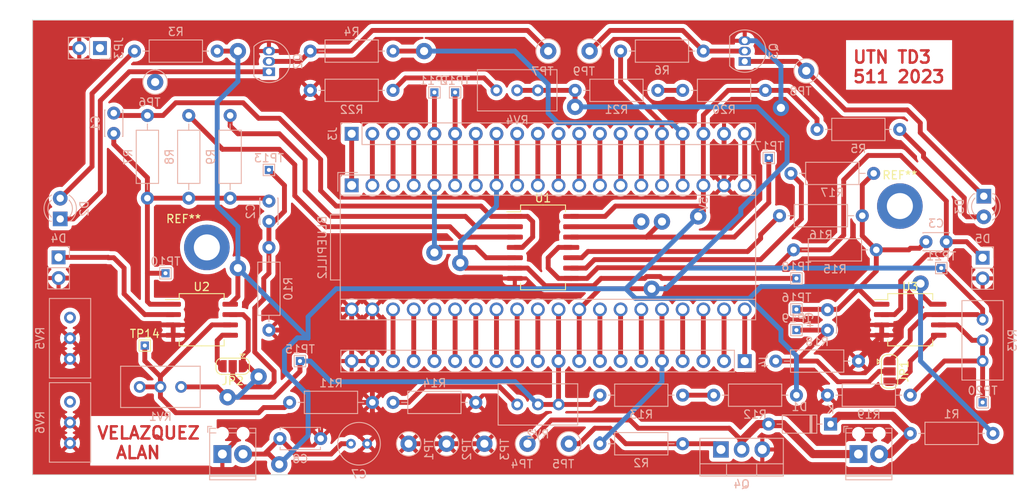
<source format=kicad_pcb>
(kicad_pcb (version 20221018) (generator pcbnew)
  (layers (0 "F.Cu" signal) (31 "B.Cu" signal) (34 "B.Paste" user) (35 "F.Paste" user) (36 "B.SilkS" user "B.Silkscreen") (37 "F.SilkS" user "F.Silkscreen") (38 "B.Mask" user) (39 "F.Mask" user) (44 "Edge.Cuts" user))
  (net 0 "")
  (net 1 "EXT IT (Input modo)")
  (net 2 "PB13")
  (net 3 "PB14")
  (net 4 "PB15")
  (net 5 "GCA1")
  (net 6 "GCA2")
  (net 7 "GCB1")
  (net 8 "GCB2")
  (net 9 "PA12")
  (net 10 "PA15")
  (net 11 "PB3")
  (net 12 "PB4")
  (net 13 "PB5")
  (net 14 "PB6")
  (net 15 "Net-(D4-K)")
  (net 16 "Net-(C1-Pad2)")
  (net 17 "Net-(JP2-C)")
  (net 18 "Net-(D5-K)")
  (net 19 "Net-(JP1-C)")
  (net 20 "+5V")
  (net 21 "GND")
  (net 22 "Net-(D1-K)")
  (net 23 "Net-(D1-A)")
  (net 24 "Net-(D2-K)")
  (net 25 "Net-(D2-A)")
  (net 26 "Net-(D3-K)")
  (net 27 "Net-(D3-A)")
  (net 28 "PB7")
  (net 29 "T4C3 (Señal LED FSK 2)")
  (net 30 "T4C4 (Señal LED FSK 1)")
  (net 31 "+3.3V")
  (net 32 "VBAT")
  (net 33 "PC13")
  (net 34 "PC14")
  (net 35 "PC15")
  (net 36 "T2C1 (PWM Motor)")
  (net 37 "PA1")
  (net 38 "USART2-TX")
  (net 39 "USART2-RX")
  (net 40 "ADC4 (Muestreo FSK 2)")
  (net 41 "ADC5 (Muestreo FSK 1)")
  (net 42 "Motor control")
  (net 43 "PA7")
  (net 44 "ADC8 (Seteo distancia)")
  (net 45 "ADC9 (Seteo velocidad)")
  (net 46 "SCL2 (Display)")
  (net 47 "SDA2 (Display)")
  (net 48 "NRST")
  (net 49 "Net-(JP1-B)")
  (net 50 "Net-(JP2-B)")
  (net 51 "Net-(Q2-B)")
  (net 52 "Net-(Q3-B)")
  (net 53 "Net-(R9-Pad1)")
  (net 54 "Net-(U2B--)")
  (net 55 "Net-(R12-Pad1)")
  (net 56 "Net-(R17-Pad1)")
  (net 57 "Net-(U3B--)")
  (net 58 "Net-(R20-Pad1)")
  (net 59 "Net-(R22-Pad2)")
  (net 60 "Net-(C3-Pad2)")
  (net 61 "Net-(R8-Pad1)")
  (net 62 "Net-(R14-Pad2)")
  (net 63 "Net-(R16-Pad1)")
  (net 64 "Net-(Q4-B)")
  (footprint "MountingHole:MountingHole_3.2mm_M3_DIN965_Pad" (layer "F.Cu") (at 48.006 47.498)
    (fp_text reference "REF**")
    (fp_text value "MountingHole_3.2mm_M3_DIN965_Pad" hide)
  )
  (footprint "Package_SO:SO-8_5.3x6.2mm_P1.27mm" (layer "F.Cu") (at 134.366 56.388)
    (fp_text reference "U3")
    (fp_text value "LM358")
  )
  (footprint "Jumper:SolderJumper-3_P1.3mm_Open_RoundedPad1.0x1.5mm" (layer "F.Cu") (at 131.826 62.738 -90)
    (fp_text reference "JP1")
    (fp_text value "SolderJumper_3_Open")
  )
  (footprint "Package_SO:SO-8_5.3x6.2mm_P1.27mm" (layer "F.Cu") (at 47.371 56.388)
    (fp_text reference "U2")
    (fp_text value "LM358")
  )
  (footprint "MountingHole:MountingHole_3.2mm_M3_DIN965_Pad" (layer "F.Cu") (at 133.096 42.418)
    (fp_text reference "REF**")
    (fp_text value "MountingHole_3.2mm_M3_DIN965_Pad" hide)
  )
  (footprint "TestPoint:TestPoint_THTPad_1.0x1.0mm_Drill0.5mm" (layer "F.Cu") (at 40.386 59.563)
    (fp_text reference "TP14")
    (fp_text value "TestPoint")
  )
  (footprint "Package_SO:SO-14_5.3x10.2mm_P1.27mm" (layer "F.Cu") (at 89.281 47.498)
    (fp_text reference "U1")
    (fp_text value "4066")
  )
  (footprint "Jumper:SolderJumper-3_P1.3mm_Open_RoundedPad1.0x1.5mm" (layer "F.Cu") (at 51.181 62.103 180)
    (fp_text reference "JP2")
    (fp_text value "SolderJumper_3_Open")
  )
  (footprint "Resistor_THT:R_Axial_DIN0207_L6.3mm_D2.5mm_P10.16mm_Horizontal" (layer "B.Cu") (at 93.218 28.194)
    (fp_text reference "R21")
    (fp_text value "10k")
  )
  (footprint "Resistor_THT:R_Axial_DIN0207_L6.3mm_D2.5mm_P10.16mm_Horizontal" (layer "B.Cu") (at 68.326 66.548 180)
    (fp_text reference "R11")
    (fp_text value "1k")
  )
  (footprint "Resistor_THT:R_Axial_DIN0207_L6.3mm_D2.5mm_P10.16mm_Horizontal" (layer "B.Cu") (at 49.276 23.368 180)
    (fp_text reference "R3")
    (fp_text value "270")
  )
  (footprint "TestPoint:TestPoint_THTPad_1.0x1.0mm_Drill0.5mm" (layer "B.Cu") (at 120.396 51.308 180)
    (fp_text reference "TP18")
    (fp_text value "TestPoint")
  )
  (footprint "TestPoint:TestPoint_THTPad_1.0x1.0mm_Drill0.5mm" (layer "B.Cu") (at 78.486 28.448 180)
    (fp_text reference "TP12")
    (fp_text value "TestPoint")
  )
  (footprint "Potentiometer_THT:Potentiometer_Bourns_3296W_Vertical" (layer "B.Cu") (at 31.2 71.55 -90)
    (fp_text reference "RV6")
    (fp_text value "10k")
  )
  (footprint "TestPoint:TestPoint_Loop_D1.80mm_Drill1.0mm_Beaded" (layer "B.Cu") (at 72.781 71.628 -90)
    (fp_text reference "TP1")
    (fp_text value "TestPoint")
  )
  (footprint "Connector_PinHeader_2.54mm:PinHeader_1x20_P2.54mm_Vertical" (layer "B.Cu") (at 114.046 61.468 90)
    (fp_text reference "J4")
    (fp_text value "Conn_01x20_Socket")
  )
  (footprint "Resistor_THT:R_Axial_DIN0207_L6.3mm_D2.5mm_P10.16mm_Horizontal" (layer "B.Cu") (at 122.92 33)
    (fp_text reference "R5")
    (fp_text value "270")
  )
  (footprint "Resistor_THT:R_Axial_DIN0207_L6.3mm_D2.5mm_P10.16mm_Horizontal" (layer "B.Cu") (at 45.7835 31.2855 -90)
    (fp_text reference "R8")
    (fp_text value "1M")
  )
  (footprint "TestPoint:TestPoint_THTPad_1.0x1.0mm_Drill0.5mm" (layer "B.Cu") (at 75.946 28.448 180)
    (fp_text reference "TP11")
    (fp_text value "TestPoint")
  )
  (footprint "TestPoint:TestPoint_Loop_D1.80mm_Drill1.0mm_Beaded" (layer "B.Cu") (at 77.431 71.628 -90)
    (fp_text reference "TP2")
    (fp_text value "TestPoint")
  )
  (footprint "LED_THT:LED_D3.0mm" (layer "B.Cu") (at 143.4 41.2 -90)
    (fp_text reference "D3")
    (fp_text value "TX LED (white)")
  )
  (footprint "Module:Electrosmith_Daisy_Seed" (layer "B.Cu") (at 65.786 39.878 -90)
    (fp_text reference "BLUEPILL2")
    (fp_text value "~")
  )
  (footprint "Resistor_THT:R_Axial_DIN0207_L6.3mm_D2.5mm_P10.16mm_Horizontal" (layer "B.Cu") (at 124.206 65.659)
    (fp_text reference "R19")
    (fp_text value "1k")
  )
  (footprint "Resistor_THT:R_Axial_DIN0207_L6.3mm_D2.5mm_P10.16mm_Horizontal" (layer "B.Cu") (at 55.626 57.658 90)
    (fp_text reference "R10")
    (fp_text value "10k")
  )
  (footprint "TestPoint:TestPoint_Loop_D1.80mm_Drill1.0mm_Beaded" (layer "B.Cu") (at 89.916 23.368 180)
    (fp_text reference "TP7")
    (fp_text value "TestPoint")
  )
  (footprint "Resistor_THT:R_Axial_DIN0207_L6.3mm_D2.5mm_P10.16mm_Horizontal" (layer "B.Cu") (at 110.236 65.659)
    (fp_text reference "R12")
    (fp_text value "47k")
  )
  (footprint "Resistor_THT:R_Axial_DIN0207_L6.3mm_D2.5mm_P10.16mm_Horizontal" (layer "B.Cu") (at 60.706 28.194)
    (fp_text reference "R22")
    (fp_text value "100k")
  )
  (footprint "Resistor_THT:R_Axial_DIN0207_L6.3mm_D2.5mm_P10.16mm_Horizontal" (layer "B.Cu") (at 106.426 28.194)
    (fp_text reference "R20")
    (fp_text value "47k")
  )
  (footprint "Capacitor_THT:C_Disc_D3.0mm_W2.0mm_P2.50mm" (layer "B.Cu") (at 124.206 55.158 -90)
    (fp_text reference "C4")
    (fp_text value "100n")
  )
  (footprint "Resistor_THT:R_Axial_DIN0207_L6.3mm_D2.5mm_P10.16mm_Horizontal" (layer "B.Cu") (at 50.8635 31.2855 -90)
    (fp_text reference "R9")
    (fp_text value "470k")
  )
  (footprint "Connector_PinHeader_2.54mm:PinHeader_1x02_P2.54mm_Vertical" (layer "B.Cu") (at 29.8 48.725 180)
    (fp_text reference "D4")
    (fp_text value "D_Photo")
  )
  (footprint "Resistor_THT:R_Axial_DIN0207_L6.3mm_D2.5mm_P10.16mm_Horizontal" (layer "B.Cu") (at 120.04 47.8)
    (fp_text reference "R15")
    (fp_text value "1M")
  )
  (footprint "Package_TO_SOT_THT:TO-92_Inline" (layer "B.Cu") (at 55.626 25.908 90)
    (fp_text reference "Q2")
    (fp_text value "BC546")
  )
  (footprint "TestPoint:TestPoint_THTPad_1.0x1.0mm_Drill0.5mm" (layer "B.Cu") (at 143.256 66.548 180)
    (fp_text reference "TP20")
    (fp_text value "TestPoint")
  )
  (footprint "TerminalBlock_Phoenix:TerminalBlock_Phoenix_MPT-0,5-2-2.54_1x02_P2.54mm_Horizontal" (layer "B.Cu") (at 128.016 72.898)
    (fp_text reference "J1" hide)
    (fp_text value "Motor")
  )
  (footprint "LED_THT:LED_D3.0mm" (layer "B.Cu") (at 30 44 90)
    (fp_text reference "D2")
    (fp_text value "TX LED (white)")
  )
  (footprint "Capacitor_THT:C_Disc_D3.0mm_W2.0mm_P2.50mm" (layer "B.Cu") (at 55.626 41.803 -90)
    (fp_text reference "C2")
    (fp_text value "100n")
  )
  (footprint "TerminalBlock_Phoenix:TerminalBlock_Phoenix_MPT-0,5-2-2.54_1x02_P2.54mm_Horizontal" (layer "B.Cu") (at 49.911 72.898)
    (fp_text reference "J2" hide)
    (fp_text value "Input 5V")
  )
  (footprint "Resistor_THT:R_Axial_DIN0207_L6.3mm_D2.5mm_P10.16mm_Horizontal" (layer "B.Cu") (at 70.866 23.368 180)
    (fp_text reference "R4")
    (fp_text value "1k")
  )
  (footprint "Potentiometer_THT:Potentiometer_Bourns_3296W_Vertical" (layer "B.Cu") (at 91.196 66.802)
    (fp_text reference "RV2")
    (fp_text value "50k")
  )
  (footprint "TestPoint:TestPoint_THTPad_1.0x1.0mm_Drill0.5mm" (layer "B.Cu") (at 59.436 61.468 180)
    (fp_text reference "TP15")
    (fp_text value "TestPoint")
  )
  (footprint "Connector_PinHeader_2.54mm:PinHeader_1x20_P2.54mm_Vertical" (layer "B.Cu") (at 65.786 33.528 -90)
    (fp_text reference "J3")
    (fp_text value "Conn_01x20_Socket")
  )
  (footprint "TestPoint:TestPoint_THTPad_1.0x1.0mm_Drill0.5mm" (layer "B.Cu") (at 55.626 37.973 180)
    (fp_text reference "TP13")
    (fp_text value "TestPoint")
  )
  (footprint "Potentiometer_THT:Potentiometer_Bourns_3296W_Vertical" (layer "B.Cu") (at 31.2 61.2 -90)
    (fp_text reference "RV5")
    (fp_text value "10k")
  )
  (footprint "Potentiometer_THT:Potentiometer_Bourns_3296W_Vertical" (layer "B.Cu") (at 44.841 64.643)
    (fp_text reference "RV1")
    (fp_text value "10k")
  )
  (footprint "Resistor_THT:R_Axial_DIN0207_L6.3mm_D2.5mm_P10.16mm_Horizontal" (layer "B.Cu") (at 118.32 43.6)
    (fp_text reference "R16")
    (fp_text value "1M")
  )
  (footprint "Resistor_THT:R_Axial_DIN0207_L6.3mm_D2.5mm_P10.16mm_Horizontal" (layer "B.Cu") (at 128.016 61.468 180)
    (fp_text reference "R18")
    (fp_text value "10k")
  )
  (footprint "TestPoint:TestPoint_Loop_D1.80mm_Drill1.0mm_Beaded" (layer "B.Cu") (at 92.456 71.628 180)
    (fp_text reference "TP5")
    (fp_text value "TestPoint")
  )
  (footprint "Diode_THT:D_DO-35_SOD27_P7.62mm_Horizontal" (layer "B.Cu") (at 124.587 69.215 180)
    (fp_text reference "D1")
    (fp_text value "1N4148")
  )
  (footprint "Resistor_THT:R_Axial_DIN0207_L6.3mm_D2.5mm_P10.16mm_Horizontal" (layer "B.Cu") (at 144.526 70.358 180)
    (fp_text reference "R1")
    (fp_text value "DNP")
  )
  (footprint "Resistor_THT:R_Axial_DIN0207_L6.3mm_D2.5mm_P10.16mm_Horizontal" (layer "B.Cu") (at 119.72 38.4)
    (fp_text reference "R17")
    (fp_text value "470k")
  )
  (footprint "TestPoint:TestPoint_Loop_D1.80mm_Drill1.0mm_Beaded" (layer "B.Cu") (at 121.6 25.8 180)
    (fp_text reference "TP8")
    (fp_text value "TestPoint")
  )
  (footprint "TestPoint:TestPoint_THTPad_1.0x1.0mm_Drill0.5mm" (layer "B.Cu") (at 138.176 50.038 180)
    (fp_text reference "TP21")
    (fp_text value "TestPoint")
  )
  (footprint "TestPoint:TestPoint_Loop_D1.80mm_Drill1.0mm_Beaded" (layer "B.Cu") (at 41.656 27.178 180)
    (fp_text reference "TP6")
    (fp_text value "TestPoint")
  )
  (footprint "Capacitor_THT:C_Disc_D4.7mm_W2.5mm_P5.00mm" (layer "B.Cu") (at 56.976 70.993)
    (fp_text reference "C8")
    (fp_text value "2.2n")
  )
  (footprint "Package_TO_SOT_THT:TO-220-3_Vertical" (layer "B.Cu") (at 111.125 72.334)
    (fp_text reference "Q4")
    (fp_text value "TIP122")
  )
  (footprint "Resistor_THT:R_Axial_DIN0207_L6.3mm_D2.5mm_P10.16mm_Horizontal" (layer "B.Cu") (at 81.026 66.548 180)
    (fp_text reference "R14")
    (fp_text value "100k")
  )
  (footprint "TestPoint:TestPoint_Loop_D1.80mm_Drill1.0mm_Beaded" (layer "B.Cu") (at 87.376 71.628 180)
    (fp_text reference "TP4")
    (fp_text value "TestPoint")
  )
  (footprint "Connector_PinHeader_2.54mm:PinHeader_1x02_P2.54mm_Vertical" (layer "B.Cu") (at 34.875 23 90)
    (fp_text reference "JP3")
    (fp_text value "Jumper_2_Open")
  )
  (footprint "Capacitor_THT:C_Disc_D3.0mm_W2.0mm_P2.50mm" (layer "B.Cu") (at 36.576 30.988 -90)
    (fp_text reference "C1")
    (fp_text value "12p")
  )
  (footprint "TestPoint:TestPoint_THTPad_1.0x1.0mm_Drill0.5mm" (layer "B.Cu") (at 117 36.5 180)
    (fp_text reference "TP17")
    (fp_text value "TestPoint")
  )
  (footprint "Resistor_THT:R_Axial_DIN0207_L6.3mm_D2.5mm_P10.16mm_Horizontal" (layer "B.Cu") (at 96.266 65.659)
    (fp_text reference "R13")
    (fp_text value "10k")
  )
  (footprint "TestPoint:TestPoint_THTPad_1.0x1.0mm_Drill0.5mm" (layer "B.Cu") (at 120.396 57.658 180)
    (fp_text reference "TP19")
    (fp_text value "TestPoint")
  )
  (footprint "TestPoint:TestPoint_Loop_D1.80mm_Drill1.0mm_Beaded" (layer "B.Cu") (at 82.081 71.628 -90)
    (fp_text reference "TP3")
    (fp_text value "TestPoint")
  )
  (footprint "TestPoint:TestPoint_THTPad_1.0x1.0mm_Drill0.5mm" (layer "B.Cu") (at 42.926 50.673 180)
    (fp_text reference "TP10")
    (fp_text value "TestPoint")
  )
  (footprint "Potentiometer_THT:Potentiometer_Bourns_3296W_Vertical" (layer "B.Cu") (at 88.646 28.194)
    (fp_text reference "RV4")
    (fp_text value "50k")
  )
  (footprint "Potentiometer_THT:Potentiometer_Bourns_3296W_Vertical" (layer "B.Cu") (at 143.256 56.378 90)
    (fp_text reference "RV3")
    (fp_text value "10k")
  )
  (footprint "TestPoint:TestPoint_THTPad_1.0x1.0mm_Drill0.5mm" (layer "B.Cu") (at 120.396 55.118 180)
    (fp_text reference "TP16")
    (fp_text value "TestPoint")
  )
  (footprint "Resistor_THT:R_Axial_DIN0207_L6.3mm_D2.5mm_P10.16mm_Horizontal" (layer "B.Cu") (at 98.806 23.368)
    (fp_text reference "R6")
    (fp_text value "1k")
  )
  (footprint "TestPoint:TestPoint_Loop_D1.80mm_Drill1.0mm_Beaded" (layer "B.Cu") (at 94.996 23.368 180)
    (fp_text reference "TP9")
    (fp_text value "TestPoint")
  )
  (footprint "Capacitor_THT:C_Radial_D5.0mm_H5.0mm_P2.00mm" (layer "B.Cu") (at 65.691 71.628)
    (fp_text reference "C7")
    (fp_text value "C_Polarized")
  )
  (footprint "Resistor_THT:R_Axial_DIN0207_L6.3mm_D2.5mm_P10.16mm_Horizontal" (layer "B.Cu") (at 40.7035 31.2855 -90)
    (fp_text reference "R7")
    (fp_text value "1M")
  )
  (footprint "Package_TO_SOT_THT:TO-92_Inline" (layer "B.Cu") (at 114.046 24.638 90)
    (fp_text reference "Q3")
    (fp_text value "BC546")
  )
  (footprint "Resistor_THT:R_Axial_DIN0207_L6.3mm_D2.5mm_P10.16mm_Horizontal" (layer "B.Cu") (at 96.266 71.628)
    (fp_text reference "R2")
    (fp_text value "1k")
  )
  (footprint "Connector_PinHeader_2.54mm:PinHeader_1x02_P2.54mm_Vertical" (layer "B.Cu") (at 143.256 48.768 180)
    (fp_text reference "D5")
    (fp_text value "D_Photo")
  )
  (footprint "Capacitor_THT:C_Disc_D3.0mm_W2.0mm_P2.50mm" (layer "B.Cu") (at 138.8 46.8 180)
    (fp_text reference "C3")
    (fp_text value "12p")
  )
  (gr_line (start 26.6 19.558) (end 147.066 19.558) (stroke (width 0.1)) (layer "Edge.Cuts"))
  (gr_line (start 26.6 75.438) (end 26.6 19.558) (stroke (width 0.1)) (layer "Edge.Cuts"))
  (gr_line (start 147.066 75.438) (end 26.6 75.438) (stroke (width 0.1)) (layer "Edge.Cuts"))
  (gr_line (start 147.066 19.558) (end 147.066 75.438) (stroke (width 0.1)) (layer "Edge.Cuts"))
  (gr_text "VELAZQUEZ \n  ALAN\n" (at 34.4 73.6) (layer "F.Cu") (effects (font (size 1.5 1.5) (thickness 0.3) bold) (justify left bottom)))
  (gr_text "UTN TD3\n511 2023" (at 127.2 27.4) (layer "F.Cu") (effects (font (size 1.5 1.5) (thickness 0.3) bold) (justify left bottom)))
  (gr_text "5V" (at 109.601 41.148 90) (layer "B.SilkS") (effects (font (size 1 1)) (justify left bottom mirror)))
  (segment (start 65.786 39.878) (end 65.786 33.528) (width 0.6) (layer "F.Cu") (net 1))
  (segment (start 68.326 39.878) (end 68.326 33.528) (width 0.6) (layer "F.Cu") (net 2))
  (segment (start 70.866 39.878) (end 70.866 33.528) (width 0.6) (layer "F.Cu") (net 3))
  (segment (start 73.406 39.878) (end 73.406 33.528) (width 0.6) (layer "F.Cu") (net 4))
  (segment (start 82.296 48.768) (end 81.026 47.498) (width 0.6) (layer "F.Cu") (net 5))
  (segment (start 75.946 33.528) (end 75.946 28.448) (width 0.6) (layer "F.Cu") (net 5))
  (segment (start 81.026 47.498) (end 76.581 47.498) (width 0.6) (layer "F.Cu") (net 5))
  (segment (start 85.8185 48.768) (end 82.296 48.768) (width 0.6) (layer "F.Cu") (net 5))
  (segment (start 75.946 39.878) (end 75.946 33.528) (width 0.6) (layer "F.Cu") (net 5))
  (segment (start 76.581 47.498) (end 75.946 48.133) (width 0.6) (layer "F.Cu") (net 5))
  (via (at 75.946 48.133) (size 2) (drill 1) (layers "F.Cu" "B.Cu") (net 5))
  (segment (start 75.946 48.133) (end 75.946 39.878) (width 0.6) (layer "B.Cu") (net 5))
  (segment (start 100.711 44.958) (end 101.346 44.323) (width 0.6) (layer "F.Cu") (net 6))
  (segment (start 78.486 33.528) (end 78.486 28.448) (width 0.6) (layer "F.Cu") (net 6))
  (segment (start 92.7435 44.958) (end 100.711 44.958) (width 0.6) (layer "F.Cu") (net 6))
  (segment (start 78.486 39.878) (end 78.486 33.528) (width 0.6) (layer "F.Cu") (net 6))
  (via (at 101.346 44.323) (size 2) (drill 1) (layers "F.Cu" "B.Cu") (net 6))
  (segment (start 81.026 39.878) (end 81.026 33.528) (width 0.6) (layer "F.Cu") (net 7))
  (segment (start 92.7435 46.228) (end 101.981 46.228) (width 0.6) (layer "F.Cu") (net 7))
  (segment (start 112.776 46.228) (end 116.252 42.752) (width 0.6) (layer "F.Cu") (net 7))
  (segment (start 116.252 42.752) (end 116.586 42.418) (width 0.6) (layer "F.Cu") (net 7))
  (segment (start 117 42.004) (end 117 36.5) (width 0.6) (layer "F.Cu") (net 7))
  (segment (start 101.981 46.228) (end 112.776 46.228) (width 0.6) (layer "F.Cu") (net 7))
  (segment (start 116.252 42.752) (end 117 42.004) (width 0.6) (layer "F.Cu") (net 7))
  (segment (start 101.981 46.228) (end 103.886 44.323) (width 0.6) (layer "F.Cu") (net 7))
  (via (at 103.886 44.323) (size 2) (drill 1) (layers "F.Cu" "B.Cu") (net 7))
  (segment (start 87.376 50.038) (end 89.543207 52.205207) (width 0.6) (layer "F.Cu") (net 8))
  (segment (start 85.8185 50.038) (end 79.756 50.038) (width 0.6) (layer "F.Cu") (net 8))
  (segment (start 103.656 51.078) (end 103.886 51.308) (width 0.6) (layer "F.Cu") (net 8))
  (segment (start 83.566 39.878) (end 83.566 33.528) (width 0.6) (layer "F.Cu") (net 8))
  (segment (start 85.8185 50.038) (end 87.376 50.038) (width 0.6) (layer "F.Cu") (net 8))
  (segment (start 89.543207 52.205207) (end 95.507422 52.205207) (width 0.6) (layer "F.Cu") (net 8))
  (segment (start 95.507422 52.205207) (end 96.404629 51.308) (width 0.6) (layer "F.Cu") (net 8))
  (segment (start 79.756 50.038) (end 79.121 49.403) (width 0.6) (layer "F.Cu") (net 8))
  (segment (start 103.886 51.308) (end 120.396 51.308) (width 0.6) (layer "F.Cu") (net 8))
  (segment (start 101.994679 51.078) (end 103.656 51.078) (width 0.6) (layer "F.Cu") (net 8))
  (segment (start 101.764679 51.308) (end 101.994679 51.078) (width 0.6) (layer "F.Cu") (net 8))
  (segment (start 96.404629 51.308) (end 101.764679 51.308) (width 0.6) (layer "F.Cu") (net 8))
  (via (at 79.121 49.403) (size 2) (drill 1) (layers "F.Cu" "B.Cu") (net 8))
  (segment (start 83.566 42.418) (end 79.121 46.863) (width 0.6) (layer "B.Cu") (net 8))
  (segment (start 79.121 46.863) (end 79.121 49.403) (width 0.6) (layer "B.Cu") (net 8))
  (segment (start 83.566 39.878) (end 83.566 42.418) (width 0.6) (layer "B.Cu") (net 8))
  (segment (start 86.106 39.878) (end 86.106 33.528) (width 0.6) (layer "F.Cu") (net 9))
  (segment (start 88.646 39.878) (end 88.646 33.528) (width 0.6) (layer "F.Cu") (net 10))
  (segment (start 91.186 39.878) (end 91.186 33.528) (width 0.6) (layer "F.Cu") (net 11))
  (segment (start 93.726 33.528) (end 93.726 39.878) (width 0.6) (layer "F.Cu") (net 12))
  (segment (start 96.266 33.528) (end 96.266 39.878) (width 0.6) (layer "F.Cu") (net 13))
  (segment (start 98.806 33.528) (end 98.806 39.878) (width 0.6) (layer "F.Cu") (net 14))
  (segment (start 37.846 53.213) (end 40.386 55.753) (width 0.6) (layer "F.Cu") (net 15))
  (segment (start 63.881 42.418) (end 61.976 40.513) (width 0.6) (layer "F.Cu") (net 15))
  (segment (start 87.376 43.688) (end 88.011 44.323) (width 0.6) (layer "F.Cu") (net 15))
  (segment (start 36.8735 31.2855) (end 36.576 30.988) (width 0.6) (layer "F.Cu") (net 15))
  (segment (start 88.011 44.323) (end 88.011 46.228) (width 0.6) (layer "F.Cu") (net 15))
  (segment (start 52.451 29.718) (end 44.196 29.718) (width 0.6) (layer "F.Cu") (net 15))
  (segment (start 35.898 48.725) (end 35.941 48.768) (width 0.6) (layer "F.Cu") (net 15))
  (segment (start 44.196 29.718) (end 42.6285 31.2855) (width 0.6) (layer "F.Cu") (net 15))
  (segment (start 37.846 50.038) (end 37.846 53.213) (width 0.6) (layer "F.Cu") (net 15))
  (segment (start 29.8 48.725) (end 35.898 48.725) (width 0.6) (layer "F.Cu") (net 15))
  (segment (start 35.941 48.768) (end 36.576 48.768) (width 0.6) (layer "F.Cu") (net 15))
  (segment (start 42.6285 31.2855) (end 40.7035 31.2855) (width 0.6) (layer "F.Cu") (net 15))
  (segment (start 85.8185 43.688) (end 87.376 43.688) (width 0.6) (layer "F.Cu") (net 15))
  (segment (start 61.976 36.703) (end 56.896 31.623) (width 0.6) (layer "F.Cu") (net 15))
  (segment (start 86.741 47.498) (end 85.8185 47.498) (width 0.6) (layer "F.Cu") (net 15))
  (segment (start 54.356 31.623) (end 52.451 29.718) (width 0.6) (layer "F.Cu") (net 15))
  (segment (start 61.976 40.513) (end 61.976 36.703) (width 0.6) (layer "F.Cu") (net 15))
  (segment (start 85.8185 43.688) (end 82.931 43.688) (width 0.6) (layer "F.Cu") (net 15))
  (segment (start 82.931 43.688) (end 81.661 42.418) (width 0.6) (layer "F.Cu") (net 15))
  (segment (start 81.661 42.418) (end 63.881 42.418) (width 0.6) (layer "F.Cu") (net 15))
  (segment (start 88.011 46.228) (end 86.741 47.498) (width 0.6) (layer "F.Cu") (net 15))
  (segment (start 56.896 31.623) (end 54.356 31.623) (width 0.6) (layer "F.Cu") (net 15))
  (segment (start 36.576 48.768) (end 37.846 50.038) (width 0.6) (layer "F.Cu") (net 15))
  (segment (start 40.7035 31.2855) (end 36.8735 31.2855) (width 0.6) (layer "F.Cu") (net 15))
  (segment (start 40.386 55.753) (end 43.871 55.753) (width 0.6) (layer "F.Cu") (net 15))
  (segment (start 36.576 33.488) (end 36.576 34.798) (width 0.6) (layer "F.Cu") (net 16))
  (segment (start 55.2685 41.4455) (end 55.626 41.803) (width 0.6) (layer "F.Cu") (net 16))
  (segment (start 42.926 50.673) (end 40.7035 50.673) (width 0.6) (layer "F.Cu") (net 16))
  (segment (start 43.871 54.483) (end 41.041 54.483) (width 0.6) (layer "F.Cu") (net 16))
  (segment (start 40.7035 50.673) (end 40.7035 41.4455) (width 0.6) (layer "F.Cu") (net 16))
  (segment (start 36.576 34.798) (end 40.7035 38.9255) (width 0.6) (layer "F.Cu") (net 16))
  (segment (start 40.7035 38.9255) (end 40.7035 41.4455) (width 0.6) (layer "F.Cu") (net 16))
  (segment (start 40.7035 41.4455) (end 45.7835 41.4455) (width 0.6) (layer "F.Cu") (net 16))
  (segment (start 45.7835 41.4455) (end 50.8635 41.4455) (width 0.6) (layer "F.Cu") (net 16))
  (segment (start 40.7035 54.1455) (end 40.7035 50.673) (width 0.6) (layer "F.Cu") (net 16))
  (segment (start 50.8635 41.4455) (end 55.2685 41.4455) (width 0.6) (layer "F.Cu") (net 16))
  (segment (start 41.041 54.483) (end 40.7035 54.1455) (width 0.6) (layer "F.Cu") (net 16))
  (segment (start 55.626 50.673) (end 55.626 47.498) (width 0.6) (layer "F.Cu") (net 17))
  (segment (start 52.451 64.643) (end 55.626 64.643) (width 0.6) (layer "F.Cu") (net 17))
  (segment (start 56.281 44.303) (end 55.626 44.303) (width 0.6) (layer "F.Cu") (net 17))
  (segment (start 54.991 51.308) (end 55.626 50.673) (width 0.6) (layer "F.Cu") (net 17))
  (segment (start 51.181 62.103) (end 51.181 63.373) (width 0.6) (layer "F.Cu") (net 17))
  (segment (start 57.531 39.878) (end 57.531 43.053) (width 0.6) (layer "F.Cu") (net 17))
  (segment (start 55.626 37.973) (end 57.531 39.878) (width 0.6) (layer "F.Cu") (net 17))
  (segment (start 54.991 53.848) (end 54.991 51.308) (width 0.6) (layer "F.Cu") (net 17))
  (segment (start 55.626 44.303) (end 55.626 47.498) (width 0.6) (layer "F.Cu") (net 17))
  (segment (start 53.886 60.363) (end 53.886 54.953) (width 0.6) (layer "F.Cu") (net 17))
  (segment (start 57.531 43.053) (end 56.281 44.303) (width 0.6) (layer "F.Cu") (net 17))
  (segment (start 56.261 64.008) (end 56.261 62.738) (width 0.6) (layer "F.Cu") (net 17))
  (segment (start 55.626 64.643) (end 56.261 64.008) (width 0.6) (layer "F.Cu") (net 17))
  (segment (start 56.261 62.738) (end 53.886 60.363) (width 0.6) (layer "F.Cu") (net 17))
  (segment (start 51.181 63.373) (end 52.451 64.643) (width 0.6) (layer "F.Cu") (net 17))
  (segment (start 53.886 54.953) (end 54.991 53.848) (width 0.6) (layer "F.Cu") (net 17))
  (segment (start 138.4 48.4) (end 138.8 48) (width 0.6) (layer "F.Cu") (net 18))
  (segment (start 92.7435 51.308) (end 91.186 51.308) (width 0.6) (layer "F.Cu") (net 18))
  (segment (start 138.8 48) (end 138.8 46.8) (width 0.6) (layer "F.Cu") (net 18))
  (segment (start 96 50) (end 94.692 51.308) (width 0.6) (layer "F.Cu") (net 18))
  (segment (start 141.288 46.8) (end 143.256 48.768) (width 0.6) (layer "F.Cu") (net 18))
  (segment (start 130.866 55.753) (end 132.447 55.753) (width 0.6) (layer "F.Cu") (net 18))
  (segment (start 133.2 36.2) (end 138.8 41.8) (width 0.6) (layer "F.Cu") (net 18))
  (segment (start 91.186 47.498) (end 92.7435 47.498) (width 0.6) (layer "F.Cu") (net 18))
  (segment (start 124.4 47.8) (end 126.2 46) (width 0.6) (layer "F.Cu") (net 18))
  (segment (start 126.2 46) (end 126.2 39.2) (width 0.6) (layer "F.Cu") (net 18))
  (segment (start 89.916 48.768) (end 91.186 47.498) (width 0.6) (layer "F.Cu") (net 18))
  (segment (start 89.916 50.038) (end 89.916 48.768) (width 0.6) (layer "F.Cu") (net 18))
  (segment (start 91.186 51.308) (end 89.916 50.038) (width 0.6) (layer "F.Cu") (net 18))
  (segment (start 120.04 47.8) (end 117.84 50) (width 0.6) (layer "F.Cu") (net 18))
  (segment (start 120.04 47.8) (end 124.4 47.8) (width 0.6) (layer "F.Cu") (net 18))
  (segment (start 94.692 51.308) (end 92.7435 51.308) (width 0.6) (layer "F.Cu") (net 18))
  (segment (start 117.84 50) (end 96 50) (width 0.6) (layer "F.Cu") (net 18))
  (segment (start 129.2 36.2) (end 133.2 36.2) (width 0.6) (layer "F.Cu") (net 18))
  (segment (start 126.2 39.2) (end 129.2 36.2) (width 0.6) (layer "F.Cu") (net 18))
  (segment (start 133.2 51.6) (end 136.4 48.4) (width 0.6) (layer "F.Cu") (net 18))
  (segment (start 138.8 41.8) (end 138.8 46.8) (width 0.6) (layer "F.Cu") (net 18))
  (segment (start 138.8 46.8) (end 141.288 46.8) (width 0.6) (layer "F.Cu") (net 18))
  (segment (start 136.4 48.4) (end 138.4 48.4) (width 0.6) (layer "F.Cu") (net 18))
  (segment (start 132.447 55.753) (end 133.2 55) (width 0.6) (layer "F.Cu") (net 18))
  (segment (start 133.2 55) (end 133.2 51.6) (width 0.6) (layer "F.Cu") (net 18))
  (segment (start 120.396 57.658) (end 124.206 57.658) (width 0.6) (layer "F.Cu") (net 19))
  (segment (start 122.936 61.468) (end 120.396 61.468) (width 0.6) (layer "F.Cu") (net 19))
  (segment (start 117.856 61.468) (end 120.396 61.468) (width 0.6) (layer "F.Cu") (net 19))
  (segment (start 129.286 64.008) (end 125.476 64.008) (width 0.6) (layer "F.Cu") (net 19))
  (segment (start 125.476 64.008) (end 122.936 61.468) (width 0.6) (layer "F.Cu") (net 19))
  (segment (start 130.556 62.738) (end 129.286 64.008) (width 0.6) (layer "F.Cu") (net 19))
  (segment (start 131.826 62.738) (end 130.556 62.738) (width 0.6) (layer "F.Cu") (net 19))
  (segment (start 120.396 61.468) (end 124.206 57.658) (width 0.6) (layer "F.Cu") (net 19))
  (segment (start 49.276 23.368) (end 51.816 23.368) (width 0.6) (layer "F.Cu") (net 20))
  (segment (start 112.014 28.194) (end 108.966 31.242) (width 0.6) (layer "F.Cu") (net 20))
  (segment (start 65.691 71.628) (end 64.516 71.628) (width 0.6) (layer "F.Cu") (net 20))
  (segment (start 108.966 31.242) (end 108.966 33.528) (width 0.6) (layer "F.Cu") (net 20))
  (segment (start 63.246 72.898) (end 58.881 72.898) (width 0.6) (layer "F.Cu") (net 20))
  (segment (start 108.966 33.528) (end 108.966 39.878) (width 0.6) (layer "F.Cu") (net 20))
  (segment (start 119 28.194) (end 116.586 28.194) (width 0.6) (layer "F.Cu") (net 20))
  (segment (start 116.586 28.194) (end 112.014 28.194) (width 0.6) (layer "F.Cu") (net 20))
  (segment (start 135.636 53.213) (end 135.636 51.943) (width 0.6) (layer "F.Cu") (net 20))
  (segment (start 119 28.194) (end 119.394 28.194) (width 0.6) (layer "F.Cu") (net 20))
  (segment (start 136.906 54.483) (end 136.271 53.848) (width 0.6) (layer "F.Cu") (net 20))
  (segment (start 108.966 42.418) (end 108.966 39.878) (width 0.6) (layer "F.Cu") (net 20))
  (segment (start 119.394 28.194) (end 122.92 31.72) (width 0.6) (layer "F.Cu") (net 20))
  (segment (start 52.451 72.898) (end 55.071 72.898) (width 0.6) (layer "F.Cu") (net 20))
  (segment (start 58.881 72.898) (end 56.976 70.993) (width 0.6) (layer "F.Cu") (net 20))
  (segment (start 136.271 53.848) (end 135.636 53.213) (width 0.6) (layer "F.Cu") (net 20))
  (segment (start 55.071 72.898) (end 56.976 70.993) (width 0.6) (layer "F.Cu") (net 20))
  (segment (start 108.966 43.053) (end 108.966 42.418) (width 0.6) (layer "F.Cu") (net 20))
  (segment (start 92.7435 43.688) (end 96.901 43.688) (width 0.6) (layer "F.Cu") (net 20))
  (segment (start 122.92 31.72) (end 122.92 33) (width 0.6) (layer "F.Cu") (net 20))
  (segment (start 51.816 53.538) (end 50.871 54.483) (width 0.6) (layer "F.Cu") (net 20))
  (segment (start 137.866 54.483) (end 136.906 54.483) (width 0.6) (layer "F.Cu") (net 20))
  (segment (start 55.626 72.898) (end 56.896 74.168) (width 0.6) (layer "F.Cu") (net 20))
  (segment (start 55.071 72.898) (end 55.626 72.898) (width 0.6) (layer "F.Cu") (net 20))
  (segment (start 51.816 50.038) (end 51.816 53.538) (width 0.6) (layer "F.Cu") (net 20))
  (segment (start 108.331 43.688) (end 108.966 43.053) (width 0.6) (layer "F.Cu") (net 20))
  (segment (start 98.171 42.418) (end 108.966 42.418) (width 0.6) (layer "F.Cu") (net 20))
  (segment (start 64.516 71.628) (end 63.246 72.898) (width 0.6) (layer "F.Cu") (net 20))
  (segment (start 96.901 43.688) (end 98.171 42.418) (width 0.6) (layer "F.Cu") (net 20))
  (via (at 135.636 51.943) (size 2) (drill 1) (layers "F.Cu" "B.Cu") (net 20))
  (via (at 108.331 43.688) (size 2) (drill 1) (layers "F.Cu" "B.Cu") (net 20))
  (via (at 51.816 23.368) (size 2) (drill 1) (layers "F.Cu" "B.Cu") (net 20))
  (via (at 56.896 74.168) (size 2) (drill 1) (layers "F.Cu" "B.Cu") (net 20))
  (via (at 51.816 50.038) (size 2) (drill 1) (layers "F.Cu" "B.Cu") (net 20))
  (segment (start 57.531 60.198) (end 59.1185 58.6105) (width 0.6) (layer "B.Cu") (net 20))
  (segment (start 114.605189 53.768) (end 100.631 53.768) (width 0.6) (layer "B.Cu") (net 20))
  (segment (start 99.441 52.578) (end 101.346 50.673) (width 0.6) (layer "B.Cu") (net 20))
  (segment (start 51.816 27.091478) (end 49.276 29.631478) (width 0.6) (layer "B.Cu") (net 20))
  (segment (start 49.276 29.631478) (end 49.276 42.418) (width 0.6) (layer "B.Cu") (net 20))
  (segment (start 63.881 52.578) (end 99.441 52.578) (width 0.6) (layer "B.Cu") (net 20))
  (segment (start 49.276 42.418) (end 51.816 44.958) (width 0.6) (layer "B.Cu") (net 20))
  (segment (start 51.816 44.958) (end 51.816 50.038) (width 0.6) (layer "B.Cu") (net 20))
  (segment (start 120.396 60.833) (end 120.396 65.659) (width 0.6) (layer "B.Cu") (net 20))
  (segment (start 120.396 60.833) (end 118.491 58.928) (width 0.6) (layer "B.Cu") (net 20))
  (segment (start 116.065189 52.308) (end 114.605189 53.768) (width 0.6) (layer "B.Cu") (net 20))
  (segment (start 60.436 56.023) (end 63.881 52.578) (width 0.6) (layer "B.Cu") (net 20))
  (segment (start 60.436 70.628) (end 60.436 65.278) (width 0.6) (layer "B.Cu") (net 20))
  (segment (start 118.491 58.928) (end 118.491 57.653811) (width 0.6) (layer "B.Cu") (net 20))
  (segment (start 56.896 74.168) (end 60.436 70.628) (width 0.6) (layer "B.Cu") (net 20))
  (segment (start 135.636 61.468) (end 135.636 51.943) (width 0.6) (layer "B.Cu") (net 20))
  (segment (start 60.436 58.658) (end 60.3885 58.6105) (width 0.6) (layer "B.Cu") (net 20))
  (segment (start 57.531 62.738) (end 57.531 60.198) (width 0.6) (layer "B.Cu") (net 20))
  (segment (start 144.526 70.358) (end 135.636 61.468) (width 0.6) (layer "B.Cu") (net 20))
  (segment (start 60.3885 58.6105) (end 51.816 50.038) (width 0.6) (layer "B.Cu") (net 20))
  (segment (start 135.271 52.308) (end 116.065189 52.308) (width 0.6) (layer "B.Cu") (net 20))
  (segment (start 101.346 50.673) (end 108.331 43.688) (width 0.6) (layer "B.Cu") (net 20))
  (segment (start 135.636 51.943) (end 135.271 52.308) (width 0.6) (layer "B.Cu") (net 20))
  (segment (start 51.816 23.368) (end 51.816 27.091478) (width 0.6) (layer "B.Cu") (net 20))
  (segment (start 60.071 65.278) (end 57.531 62.738) (width 0.6) (layer "B.Cu") (net 20))
  (segment (start 59.1185 58.6105) (end 60.3885 58.6105) (width 0.6) (layer "B.Cu") (net 20))
  (segment (start 60.436 58.658) (end 60.436 56.023) (width 0.6) (layer "B.Cu") (net 20))
  (segment (start 60.436 65.278) (end 60.071 65.278) (width 0.6) (layer "B.Cu") (net 20))
  (segment (start 118.491 57.653811) (end 114.605189 53.768) (width 0.6) (layer "B.Cu") (net 20))
  (segment (start 100.631 53.768) (end 99.441 52.578) (width 0.6) (layer "B.Cu") (net 20))
  (segment (start 39.751 57.023) (end 43.871 57.023) (width 0.6) (layer "F.Cu") (net 21))
  (segment (start 69.596 69.088) (end 70.241 69.088) (width 0.6) (layer "F.Cu") (net 21))
  (segment (start 72.781 71.628) (end 77.431 71.628) (width 0.6) (layer "F.Cu") (net 21))
  (segment (start 58.166 57.658) (end 60.706 55.118) (width 0.6) (layer "F.Cu") (net 21))
  (segment (start 29.8 51.265) (end 33.993 51.265) (width 0.6) (layer "F.Cu") (net 21))
  (segment (start 51.351 71.458) (end 51.351 69.902365) (width 0.6) (layer "F.Cu") (net 21))
  (segment (start 52.165365 69.088) (end 61.976 69.088) (width 0.6) (layer "F.Cu") (net 21))
  (segment (start 64.106 68.863) (end 66.421 66.548) (width 0.6) (layer "F.Cu") (net 21))
  (segment (start 64.106 69.088) (end 64.106 68.863) (width 0.6) (layer "F.Cu") (net 21))
  (segment (start 43.871 58.293) (end 43.871 57.023) (width 0.6) (layer "F.Cu") (net 21))
  (segment (start 68.326 66.548) (end 68.326 67.818) (width 0.6) (layer "F.Cu") (net 21))
  (segment (start 68.326 67.818) (end 69.596 69.088) (width 0.6) (layer "F.Cu") (net 21))
  (segment (start 128.016 61.468) (end 128.016 61.143) (width 0.6) (layer "F.Cu") (net 21))
  (segment (start 130.866 57.023) (end 130.866 58.293) (width 0.6) (layer "F.Cu") (net 21))
  (segment (start 33.993 51.265) (end 39.751 57.023) (width 0.6) (layer "F.Cu") (net 21))
  (segment (start 65.786 55.118) (end 65.786 61.468) (width 0.6) (layer "F.Cu") (net 21))
  (segment (start 70.241 69.088) (end 72.781 71.628) (width 0.6) (layer "F.Cu") (net 21))
  (segment (start 68.326 55.118) (end 68.326 61.468) (width 0.6) (layer "F.Cu") (net 21))
  (segment (start 111.506 33.528) (end 111.506 39.878) (width 0.6) (layer "F.Cu") (net 21))
  (segment (start 49.911 72.898) (end 51.351 71.458) (width 0.6) (layer "F.Cu") (net 21))
  (segment (start 68.326 66.548) (end 68.326 61.468) (width 0.6) (layer "F.Cu") (net 21))
  (segment (start 61.976 69.088) (end 64.106 69.088) (width 0.6) (layer "F.Cu") (net 21))
  (segment (start 128.016 61.143) (end 130.866 58.293) (width 0.6) (layer "F.Cu") (net 21))
  (segment (start 51.351 69.902365) (end 52.165365 69.088) (width 0.6) (layer "F.Cu") (net 21))
  (segment (start 55.626 57.658) (end 58.166 57.658) (width 0.6) (layer "F.Cu") (net 21))
  (segment (start 77.431 71.628) (end 82.081 71.628) (width 0.6) (layer "F.Cu") (net 21))
  (segment (start 66.421 66.548) (end 68.326 66.548) (width 0.6) (layer "F.Cu") (net 21))
  (segment (start 61.976 70.993) (end 61.976 69.088) (width 0.6) (layer "F.Cu") (net 21))
  (segment (start 60.706 55.118) (end 65.786 55.118) (width 0.6) (layer "F.Cu") (net 21))
  (via (at 118.491 30.353) (size 2) (drill 1) (layers "F.Cu" "B.Cu") (net 21))
  (segment (start 115.396 22.098) (end 118.491 25.193) (width 0.6) (layer "B.Cu") (net 21))
  (segment (start 118.491 25.193) (end 118.491 30.353) (width 0.6) (layer "B.Cu") (net 21))
  (segment (start 114.046 22.098) (end 115.396 22.098) (width 0.6) (layer "B.Cu") (net 21))
  (segment (start 125.603 68.199) (end 124.587 69.215) (width 1) (layer "F.Cu") (net 22))
  (segment (start 131.826 72.898) (end 130.556 72.898) (width 1) (layer "F.Cu") (net 22))
  (segment (start 132.207 68.199) (end 125.603 68.199) (width 1) (layer "F.Cu") (net 22))
  (segment (start 134.366 70.358) (end 132.207 68.199) (width 1) (layer "F.Cu") (net 22))
  (segment (start 134.366 70.358) (end 131.826 72.898) (width 1) (layer "F.Cu") (net 22))
  (segment (start 118.745 69.215) (end 122.428 72.898) (width 1) (layer "F.Cu") (net 23))
  (segment (start 100.965 69.723) (end 112.141 69.723) (width 0.6) (layer "F.Cu") (net 23))
  (segment (start 112.141 69.723) (end 113.665 71.247) (width 0.6) (layer "F.Cu") (net 23))
  (segment (start 99.949 68.707) (end 100.965 69.723) (width 0.6) (layer "F.Cu") (net 23))
  (segment (start 122.428 72.898) (end 128.016 72.898) (width 1) (layer "F.Cu") (net 23))
  (segment (start 113.665 71.247) (end 115.697 69.215) (width 1) (layer "F.Cu") (net 23))
  (segment (start 90.297 68.707) (end 99.949 68.707) (width 0.6) (layer "F.Cu") (net 23))
  (segment (start 113.665 72.334) (end 113.665 71.247) (width 1) (layer "F.Cu") (net 23))
  (segment (start 116.967 69.215) (end 118.745 69.215) (width 1) (layer "F.Cu") (net 23))
  (segment (start 115.697 69.215) (end 116.967 69.215) (width 1) (layer "F.Cu") (net 23))
  (segment (start 87.376 71.628) (end 90.297 68.707) (width 0.6) (layer "F.Cu") (net 23))
  (segment (start 30 44) (end 31.6 44) (width 0.6) (layer "F.Cu") (net 24))
  (segment (start 41.656 27.178) (end 41.656 25.908) (width 0.6) (layer "F.Cu") (net 24))
  (segment (start 31.6 44) (end 34.925 40.675) (width 0.6) (layer "F.Cu") (net 24))
  (segment (start 34.925 40.675) (end 34.925 29.464) (width 0.6) (layer "F.Cu") (net 24))
  (segment (start 34.925 29.464) (end 38.481 25.908) (width 0.6) (layer "F.Cu") (net 24))
  (segment (start 41.656 25.908) (end 55.626 25.908) (width 0.6) (layer "F.Cu") (net 24))
  (segment (start 38.481 25.908) (end 41.656 25.908) (width 0.6) (layer "F.Cu") (net 24))
  (segment (start 33.909 32.8) (end 33.909 37.551) (width 0.6) (layer "F.Cu") (net 25))
  (segment (start 33.909 37.551) (end 30 41.46) (width 0.6) (layer "F.Cu") (net 25))
  (segment (start 33.909 32.8) (end 33.909 28.575) (width 0.6) (layer "F.Cu") (net 25))
  (segment (start 33.909 28.575) (end 39.116 23.368) (width 0.6) (layer "F.Cu") (net 25))
  (segment (start 118.8 24.638) (end 120.438 24.638) (width 0.6) (layer "F.Cu") (net 26))
  (segment (start 126.4 30.6) (end 121.6 25.8) (width 0.6) (layer "F.Cu") (net 26))
  (segment (start 143.4 41.2) (end 135.6 33.4) (width 0.6) (layer "F.Cu") (net 26))
  (segment (start 135.6 33.4) (end 135.6 32.2) (width 0.6) (layer "F.Cu") (net 26))
  (segment (start 135.6 32.2) (end 134 30.6) (width 0.6) (layer "F.Cu") (net 26))
  (segment (start 118.8 24.638) (end 114.046 24.638) (width 0.6) (layer "F.Cu") (net 26))
  (segment (start 120.438 24.638) (end 121.6 25.8) (width 0.6) (layer "F.Cu") (net 26))
  (segment (start 134 30.6) (end 126.4 30.6) (width 0.6) (layer "F.Cu") (net 26))
  (segment (start 136 35.92) (end 133.08 33) (width 0.6) (layer "F.Cu") (net 27))
  (segment (start 141 41.4) (end 136 36.4) (width 0.6) (layer "F.Cu") (net 27))
  (segment (start 143.4 43.74) (end 141.34 43.74) (width 0.6) (layer "F.Cu") (net 27))
  (segment (start 136 36.4) (end 136 35.92) (width 0.6) (layer "F.Cu") (net 27))
  (segment (start 141.34 43.74) (end 141 43.4) (width 0.6) (layer "F.Cu") (net 27))
  (segment (start 141 43.4) (end 141 41.4) (width 0.6) (layer "F.Cu") (net 27))
  (segment (start 101.346 33.528) (end 101.346 39.878) (width 0.6) (layer "F.Cu") (net 28))
  (segment (start 103.886 32.258) (end 103.886 33.528) (width 0.6) (layer "F.Cu") (net 29))
  (segment (start 103.886 33.528) (end 103.886 39.878) (width 0.6) (layer "F.Cu") (net 29))
  (segment (start 98.806 27.178) (end 103.886 32.258) (width 0.6) (layer "F.Cu") (net 29))
  (segment (start 98.806 23.368) (end 98.806 27.178) (width 0.6) (layer "F.Cu") (net 29))
  (segment (start 106.426 33.528) (end 106.426 39.878) (width 0.6) (layer "F.Cu") (net 30))
  (segment (start 70.866 23.368) (end 74.676 23.368) (width 0.6) (layer "F.Cu") (net 30))
  (via (at 74.676 23.368) (size 2) (drill 1) (layers "F.Cu" "B.Cu") (net 30))
  (segment (start 99.996 32.178) (end 100.076 32.258) (width 0.6) (layer "B.Cu") (net 30))
  (segment (start 100.156 32.178) (end 105.076 32.178) (width 0.6) (layer "B.Cu") (net 30))
  (segment (start 74.676 23.368) (end 85.832793 23.368) (width 0.6) (layer "B.Cu") (net 30))
  (segment (start 89.916 27.451207) (end 89.916 30.988) (width 0.6) (layer "B.Cu") (net 30))
  (segment (start 89.916 30.988) (end 91.106 32.178) (width 0.6) (layer "B.Cu") (net 30))
  (segment (start 100.076 32.258) (end 100.156 32.178) (width 0.6) (layer "B.Cu") (net 30))
  (segment (start 105.076 32.178) (end 106.426 33.528) (width 0.6) (layer "B.Cu") (net 30))
  (segment (start 91.106 32.178) (end 99.996 32.178) (width 0.6) (layer "B.Cu") (net 30))
  (segment (start 85.832793 23.368) (end 89.916 27.451207) (width 0.6) (layer "B.Cu") (net 30))
  (segment (start 70.866 55.118) (end 70.866 61.468) (width 0.6) (layer "F.Cu") (net 31))
  (segment (start 114.046 33.528) (end 114.046 39.878) (width 0.6) (layer "F.Cu") (net 31))
  (segment (start 114.046 55.118) (end 114.046 61.468) (width 0.6) (layer "F.Cu") (net 32))
  (segment (start 111.506 55.118) (end 111.506 61.468) (width 0.6) (layer "F.Cu") (net 33))
  (segment (start 108.966 55.118) (end 108.966 61.468) (width 0.6) (layer "F.Cu") (net 34))
  (segment (start 106.426 55.118) (end 106.426 61.468) (width 0.6) (layer "F.Cu") (net 35))
  (segment (start 103.886 55.118) (end 103.886 61.468) (width 0.6) (layer "F.Cu") (net 36))
  (segment (start 103.886 64.008) (end 103.886 61.468) (width 0.6) (layer "B.Cu") (net 36))
  (segment (start 96.266 71.628) (end 103.886 64.008) (width 0.6) (layer "B.Cu") (net 36))
  (segment (start 96.266 70.993) (end 96.266 71.628) (width 0.6) (layer "B.Cu") (net 36))
  (segment (start 101.346 55.118) (end 101.346 61.468) (width 0.6) (layer "F.Cu") (net 37))
  (segment (start 98.806 55.118) (end 98.806 61.468) (width 0.6) (layer "F.Cu") (net 38))
  (segment (start 96.266 55.118) (end 96.266 61.468) (width 0.6) (layer "F.Cu") (net 39))
  (segment (start 137.866 55.753) (end 142.631 55.753) (width 0.6) (layer "F.Cu") (net 40))
  (segment (start 93.218 28.194) (end 93.218 30.226) (width 0.6) (layer "F.Cu") (net 40))
  (segment (start 142.631 55.753) (end 143.256 56.378) (width 0.6) (layer "F.Cu") (net 40))
  (segment (start 102.616 52.578) (end 96.266 52.578) (width 0.6) (layer "F.Cu") (net 40))
  (segment (start 93.218 28.194) (end 88.646 28.194) (width 0.6) (layer "F.Cu") (net 40))
  (segment (start 93.726 55.118) (end 93.726 61.468) (width 0.6) (layer "F.Cu") (net 40))
  (segment (start 131.856 61.438) (end 134.366 58.928) (width 0.6) (layer "F.Cu") (net 40))
  (segment (start 138.176 50.038) (end 143.256 55.118) (width 0.6) (layer "F.Cu") (net 40))
  (segment (start 131.826 61.438) (end 131.856 61.438) (width 0.6) (layer "F.Cu") (net 40))
  (segment (start 96.266 52.578) (end 93.726 55.118) (width 0.6) (layer "F.Cu") (net 40))
  (segment (start 86.106 28.194) (end 88.646 28.194) (width 0.6) (layer "F.Cu") (net 40))
  (segment (start 134.366 58.928) (end 134.366 57.658) (width 0.6) (layer "F.Cu") (net 40))
  (segment (start 134.366 57.658) (end 136.271 55.753) (width 0.6) (layer "F.Cu") (net 40))
  (segment (start 136.271 55.753) (end 137.866 55.753) (width 0.6) (layer "F.Cu") (net 40))
  (segment (start 143.256 55.118) (end 143.256 56.378) (width 0.6) (layer "F.Cu") (net 40))
  (via (at 93.218 30.226) (size 2) (drill 1) (layers "F.Cu" "B.Cu") (net 40))
  (via (at 102.616 52.578) (size 2) (drill 1) (layers "F.Cu" "B.Cu") (net 40))
  (segment (start 113.538 43.434) (end 113.566 43.434) (width 0.6) (layer "B.Cu") (net 40))
  (segment (start 119.25 33.906) (end 115.57 30.226) (width 0.6) (layer "B.Cu") (net 40))
  (segment (start 104.394 52.578) (end 113.538 43.434) (width 0.6) (layer "B.Cu") (net 40))
  (segment (start 113.566 43.434) (end 113.566 42.715522) (width 0.6) (layer "B.Cu") (net 40))
  (segment (start 113.566 42.715522) (end 119.25 37.031522) (width 0.6) (layer "B.Cu") (net 40))
  (segment (start 106.934 50.038) (end 104.394 52.578) (width 0.6) (layer "B.Cu") (net 40))
  (segment (start 138.176 50.038) (end 106.934 50.038) (width 0.6) (layer "B.Cu") (net 40))
  (segment (start 104.394 52.578) (end 102.616 52.578) (width 0.6) (layer "B.Cu") (net 40))
  (segment (start 115.57 30.226) (end 93.218 30.226) (width 0.6) (layer "B.Cu") (net 40))
  (segment (start 119.25 37.031522) (end 119.25 33.906) (width 0.6) (layer "B.Cu") (net 40))
  (segment (start 91.186 55.118) (end 91.186 61.468) (width 0.6) (layer "F.Cu") (net 41))
  (segment (start 49.276 64.643) (end 50.546 65.913) (width 0.6) (layer "F.Cu") (net 41))
  (segment (start 52.481 62.103) (end 52.481 60.803) (width 0.6) (layer "F.Cu") (net 41))
  (segment (start 59.436 62.738) (end 56.261 65.913) (width 0.6) (layer "F.Cu") (net 41))
  (segment (start 53.086 56.388) (end 52.451 55.753) (width 0.6) (layer "F.Cu") (net 41))
  (segment (start 56.261 65.913) (end 50.546 65.913) (width 0.6) (layer "F.Cu") (net 41))
  (segment (start 52.481 60.803) (end 53.086 60.198) (width 0.6) (layer "F.Cu") (net 41))
  (segment (start 88.646 66.802) (end 91.186 66.802) (width 0.6) (layer "F.Cu") (net 41))
  (segment (start 53.086 60.198) (end 53.086 56.388) (width 0.6) (layer "F.Cu") (net 41))
  (segment (start 59.436 61.468) (end 59.436 62.738) (width 0.6) (layer "F.Cu") (net 41))
  (segment (start 52.481 62.103) (end 53.086 62.103) (width 0.6) (layer "F.Cu") (net 41))
  (segment (start 95.123 66.802) (end 96.266 65.659) (width 0.6) (layer "F.Cu") (net 41))
  (segment (start 91.186 66.802) (end 91.186 61.468) (width 0.6) (layer "F.Cu") (net 41))
  (segment (start 52.451 55.753) (end 50.871 55.753) (width 0.6) (layer "F.Cu") (net 41))
  (segment (start 44.841 64.643) (end 49.276 64.643) (width 0.6) (layer "F.Cu") (net 41))
  (segment (start 53.086 62.103) (end 54.356 63.373) (width 0.6) (layer "F.Cu") (net 41))
  (segment (start 91.196 66.802) (end 95.123 66.802) (width 0.6) (layer "F.Cu") (net 41))
  (via (at 54.356 63.373) (size 2) (drill 1) (layers "F.Cu" "B.Cu") (net 41))
  (via (at 50.546 65.913) (size 2) (drill 1) (layers "F.Cu" "B.Cu") (net 41))
  (segment (start 63.246 64.008) (end 85.862 64.008) (width 0.6) (layer "B.Cu") (net 41))
  (segment (start 59.436 61.468) (end 60.706 61.468) (width 0.6) (layer "B.Cu") (net 41))
  (segment (start 51.816 65.913) (end 50.546 65.913) (width 0.6) (layer "B.Cu") (net 41))
  (segment (start 54.356 63.373) (end 51.816 65.913) (width 0.6) (layer "B.Cu") (net 41))
  (segment (start 85.862 64.008) (end 88.656 66.802) (width 0.6) (layer "B.Cu") (net 41))
  (segment (start 60.706 61.468) (end 63.246 64.008) (width 0.6) (layer "B.Cu") (net 41))
  (segment (start 88.646 55.118) (end 88.646 61.468) (width 0.6) (layer "F.Cu") (net 42))
  (segment (start 86.106 55.118) (end 86.106 61.468) (width 0.6) (layer "F.Cu") (net 43))
  (segment (start 83.566 55.118) (end 83.566 61.468) (width 0.6) (layer "F.Cu") (net 44))
  (segment (start 81.026 55.118) (end 81.026 61.468) (width 0.6) (layer "F.Cu") (net 45))
  (segment (start 78.486 55.118) (end 78.486 61.468) (width 0.6) (layer "F.Cu") (net 46))
  (segment (start 75.946 55.118) (end 75.946 61.468) (width 0.6) (layer "F.Cu") (net 47))
  (segment (start 73.406 55.118) (end 73.406 61.468) (width 0.6) (layer "F.Cu") (net 48))
  (segment (start 134.366 62.738) (end 134.366 61.468) (width 0.6) (layer "F.Cu") (net 49))
  (segment (start 137.541 58.293) (end 137.866 58.293) (width 0.6) (layer "F.Cu") (net 49))
  (segment (start 133.066 64.038) (end 134.366 62.738) (width 0.6) (layer "F.Cu") (net 49))
  (segment (start 131.826 64.038) (end 133.066 64.038) (width 0.6) (layer "F.Cu") (net 49))
  (segment (start 134.366 61.468) (end 137.541 58.293) (width 0.6) (layer "F.Cu") (net 49))
  (segment (start 49.276 61.498) (end 49.881 62.103) (width 0.6) (layer "F.Cu") (net 50))
  (segment (start 50.871 58.293) (end 49.911 58.293) (width 0.6) (layer "F.Cu") (net 50))
  (segment (start 49.911 58.293) (end 49.276 58.928) (width 0.6) (layer "F.Cu") (net 50))
  (segment (start 49.276 58.928) (end 49.276 61.498) (width 0.6) (layer "F.Cu") (net 50))
  (segment (start 87.376 20.828) (end 89.916 23.368) (width 0.6) (layer "F.Cu") (net 51))
  (segment (start 68.326 20.828) (end 87.376 20.828) (width 0.6) (layer "F.Cu") (net 51))
  (segment (start 55.626 24.638) (end 59.436 24.638) (width 0.6) (layer "F.Cu") (net 51))
  (segment (start 59.436 24.638) (end 60.706 23.368) (width 0.6) (layer "F.Cu") (net 51))
  (segment (start 65.786 23.368) (end 68.326 20.828) (width 0.6) (layer "F.Cu") (net 51))
  (segment (start 60.706 23.368) (end 65.786 23.368) (width 0.6) (layer "F.Cu") (net 51))
  (segment (start 94.996 23.368) (end 97.536 20.828) (width 0.6) (layer "F.Cu") (net 52))
  (segment (start 108.966 23.368) (end 114.046 23.368) (width 0.6) (layer "F.Cu") (net 52))
  (segment (start 97.536 20.828) (end 106.426 20.828) (width 0.6) (layer "F.Cu") (net 52))
  (segment (start 106.426 20.828) (end 108.966 23.368) (width 0.6) (layer "F.Cu") (net 52))
  (segment (start 81.026 44.958) (end 85.8185 44.958) (width 0.6) (layer "F.Cu") (net 53))
  (segment (start 50.8635 31.2855) (end 50.8635 32.5755) (width 0.6) (layer "F.Cu") (net 53))
  (segment (start 79.756 43.688) (end 81.026 44.958) (width 0.6) (layer "F.Cu") (net 53))
  (segment (start 50.8635 32.5755) (end 51.816 33.528) (width 0.6) (layer "F.Cu") (net 53))
  (segment (start 51.816 33.528) (end 56.896 33.528) (width 0.6) (layer "F.Cu") (net 53))
  (segment (start 63.246 43.688) (end 79.756 43.688) (width 0.6) (layer "F.Cu") (net 53))
  (segment (start 56.896 33.528) (end 60.071 36.703) (width 0.6) (layer "F.Cu") (net 53))
  (segment (start 60.071 36.703) (end 60.071 40.513) (width 0.6) (layer "F.Cu") (net 53))
  (segment (start 60.071 40.513) (end 63.246 43.688) (width 0.6) (layer "F.Cu") (net 53))
  (segment (start 48.641 57.023) (end 50.871 57.023) (width 0.6) (layer "F.Cu") (net 54))
  (segment (start 54.991 67.183) (end 57.531 67.183) (width 0.6) (layer "F.Cu") (net 54))
  (segment (start 42.301 64.643) (end 42.301 63.363) (width 0.6) (layer "F.Cu") (net 54))
  (segment (start 40.386 61.448) (end 42.301 63.363) (width 0.6) (layer "F.Cu") (net 54))
  (segment (start 39.761 64.643) (end 42.301 64.643) (width 0.6) (layer "F.Cu") (net 54))
  (segment (start 54.356 67.818) (end 54.991 67.183) (width 0.6) (layer "F.Cu") (net 54))
  (segment (start 42.301 65.923) (end 44.196 67.818) (width 0.6) (layer "F.Cu") (net 54))
  (segment (start 44.196 67.818) (end 54.356 67.818) (width 0.6) (layer "F.Cu") (net 54))
  (segment (start 57.531 67.183) (end 58.166 66.548) (width 0.6) (layer "F.Cu") (net 54))
  (segment (start 42.301 63.363) (end 48.641 57.023) (width 0.6) (layer "F.Cu") (net 54))
  (segment (start 42.301 64.643) (end 42.301 65.923) (width 0.6) (layer "F.Cu") (net 54))
  (segment (start 40.386 59.563) (end 40.386 61.448) (width 0.6) (layer "F.Cu") (net 54))
  (segment (start 106.426 65.659) (end 110.236 65.659) (width 0.6) (layer "F.Cu") (net 55))
  (segment (start 94.562 50.038) (end 95.6 49) (width 0.6) (layer "F.Cu") (net 56))
  (segment (start 121 44) (end 121 39.68) (width 0.6) (layer "F.Cu") (net 56))
  (segment (start 121 39.68) (end 119.72 38.4) (width 0.6) (layer "F.Cu") (net 56))
  (segment (start 92.7435 50.038) (end 94.562 50.038) (width 0.6) (layer "F.Cu") (net 56))
  (segment (start 116 49) (end 121 44) (width 0.6) (layer "F.Cu") (net 56))
  (segment (start 95.6 49) (end 116 49) (width 0.6) (layer "F.Cu") (net 56))
  (segment (start 137.866 57.023) (end 140.081 57.023) (width 0.6) (layer "F.Cu") (net 57))
  (segment (start 143.256 61.458) (end 138.567 61.458) (width 0.6) (layer "F.Cu") (net 57))
  (segment (start 140.081 57.023) (end 141.976 58.918) (width 0.6) (layer "F.Cu") (net 57))
  (segment (start 143.256 61.458) (end 143.256 58.918) (width 0.6) (layer "F.Cu") (net 57))
  (segment (start 143.256 61.458) (end 143.256 66.548) (width 0.6) (layer "F.Cu") (net 57))
  (segment (start 138.567 61.458) (end 134.366 65.659) (width 0.6) (layer "F.Cu") (net 57))
  (segment (start 141.976 58.918) (end 143.256 58.918) (width 0.6) (layer "F.Cu") (net 57))
  (segment (start 103.378 28.194) (end 106.426 28.194) (width 0.6) (layer "F.Cu") (net 58))
  (segment (start 72.39 26.67) (end 82.042 26.67) (width 0.6) (layer "F.Cu") (net 59))
  (segment (start 82.042 26.67) (end 83.566 28.194) (width 0.6) (layer "F.Cu") (net 59))
  (segment (start 70.866 28.194) (end 72.39 26.67) (width 0.6) (layer "F.Cu") (net 59))
  (segment (start 130.866 54.483) (end 129.921 54.483) (width 0.6) (layer "F.Cu") (net 60))
  (segment (start 128.48 43.6) (end 128.48 39.8) (width 0.6) (layer "F.Cu") (net 60))
  (segment (start 136.3 46.8) (end 135.5 47.6) (width 0.6) (layer "F.Cu") (net 60))
  (segment (start 125.476 55.118) (end 127.797 52.797) (width 0.6) (layer "F.Cu") (net 60))
  (segment (start 134.4 47.6) (end 134.2 47.8) (width 0.6) (layer "F.Cu") (net 60))
  (segment (start 128.48 39.8) (end 129.88 38.4) (width 0.6) (layer "F.Cu") (net 60))
  (segment (start 129.921 54.483) (end 128.016 52.578) (width 0.6) (layer "F.Cu") (net 60))
  (segment (start 134.2 47.8) (end 130.2 47.8) (width 0.6) (layer "F.Cu") (net 60))
  (segment (start 120.396 55.118) (end 125.476 55.118) (width 0.6) (layer "F.Cu") (net 60))
  (segment (start 135.5 47.6) (end 134.4 47.6) (width 0.6) (layer "F.Cu") (net 60))
  (segment (start 128.48 43.6) (end 128.48 46.08) (width 0.6) (layer "F.Cu") (net 60))
  (segment (start 127.797 52.797) (end 128.016 52.578) (width 0.6) (layer "F.Cu") (net 60))
  (segment (start 128.48 46.08) (end 130.2 47.8) (width 0.6) (layer "F.Cu") (net 60))
  (segment (start 130.2 50.394) (end 130.2 47.8) (width 0.6) (layer "F.Cu") (net 60))
  (segment (start 127.797 52.797) (end 130.2 50.394) (width 0.6) (layer "F.Cu") (net 60))
  (segment (start 62.611 44.958) (end 77.851 44.958) (width 0.6) (layer "F.Cu") (net 61))
  (segment (start 77.851 44.958) (end 79.121 46.228) (width 0.6) (layer "F.Cu") (net 61))
  (segment (start 49.911 35.413) (end 49.911 35.433) (width 0.6) (layer "F.Cu") (net 61))
  (segment (start 56.896 35.433) (end 58.801 37.338) (width 0.6) (layer "F.Cu") (net 61))
  (segment (start 49.911 35.433) (end 56.896 35.433) (width 0.6) (layer "F.Cu") (net 61))
  (segment (start 45.7835 31.2855) (end 49.911 35.413) (width 0.6) (layer "F.Cu") (net 61))
  (segment (start 58.801 41.148) (end 62.611 44.958) (width 0.6) (layer "F.Cu") (net 61))
  (segment (start 79.121 46.228) (end 85.8185 46.228) (width 0.6) (layer "F.Cu") (net 61))
  (segment (start 58.801 37.338) (end 58.801 41.148) (width 0.6) (layer "F.Cu") (net 61))
  (segment (start 74.676 64.643) (end 83.957 64.643) (width 0.6) (layer "F.Cu") (net 62))
  (segment (start 85.852 66.548) (end 86.106 66.802) (width 0.6) (layer "F.Cu") (net 62))
  (segment (start 70.866 66.548) (end 72.771 66.548) (width 0.6) (layer "F.Cu") (net 62))
  (segment (start 72.771 66.548) (end 74.676 64.643) (width 0.6) (layer "F.Cu") (net 62))
  (segment (start 83.957 64.643) (end 86.116 66.802) (width 0.6) (layer "F.Cu") (net 62))
  (segment (start 94.8 48) (end 114.4 48) (width 0.6) (layer "F.Cu") (net 63))
  (segment (start 116 46.4) (end 116 45.92) (width 0.6) (layer "F.Cu") (net 63))
  (segment (start 94.032 48.768) (end 94.8 48) (width 0.6) (layer "F.Cu") (net 63))
  (segment (start 92.7435 48.768) (end 94.032 48.768) (width 0.6) (layer "F.Cu") (net 63))
  (segment (start 116 45.92) (end 118.32 43.6) (width 0.6) (layer "F.Cu") (net 63))
  (segment (start 114.4 48) (end 116 46.4) (width 0.6) (layer "F.Cu") (net 63))
  (segment (start 106.426 71.628) (end 110.419 71.628) (width 0.6) (layer "F.Cu") (net 64))
  (segment (start 99.441 71.628) (end 106.426 71.628) (width 0.6) (layer "F.Cu") (net 64))
  (segment (start 93.726 71.628) (end 95.631 69.723) (width 0.6) (layer "F.Cu") (net 64))
  (segment (start 110.419 71.628) (end 111.125 72.334) (width 0.6) (layer "F.Cu") (net 64))
  (segment (start 92.456 71.628) (end 93.726 71.628) (width 0.6) (layer "F.Cu") (net 64))
  (segment (start 95.631 69.723) (end 97.536 69.723) (width 0.6) (layer "F.Cu") (net 64))
  (segment (start 97.536 69.723) (end 99.441 71.628) (width 0.6) (layer "F.Cu") (net 64))
  (zone (net 21) (net_name "GND") (layer "F.Cu") (connect_pads (clearance 0.5)) (min_thickness 0.25) (fill yes (thermal_gap 0.5) (thermal_bridge_width 0.5))
    (polygon (pts (xy 22.606 18.288) (xy 148.336 18.288) (xy 148.336 76.708) (xy 22.606 76.708)))
  )
)
</source>
